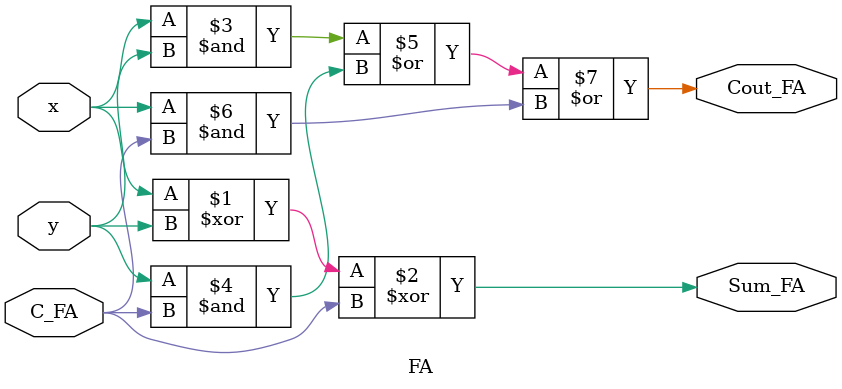
<source format=sv>

module adder_1a (
input [3:0]A, 
input [3:0]B,
input Cin,
output [3:0]Sum,
output Cout);

wire Carry[2:0];

FA FA_0 (.x(A[0]), .y(B[0]), .C_FA(Cin), .Sum_FA(Sum[0]), .Cout_FA(Carry[0]));
FA FA_1 (.x(A[1]), .y(B[1]), .C_FA(Carry[0]), .Sum_FA(Sum[1]), .Cout_FA(Carry[1]));
FA FA_2 (.x(A[2]), .y(B[2]), .C_FA(Carry[1]), .Sum_FA(Sum[2]), .Cout_FA(Carry[2]));
FA FA_3 (.x(A[3]), .y(B[3]), .C_FA(Carry[2]), .Sum_FA(Sum[3]), .Cout_FA(Cout));


endmodule 


module FA ( x, y, C_FA, Sum_FA, Cout_FA); 
input x, y, C_FA;
output Sum_FA, Cout_FA;

assign Sum_FA = x^y^C_FA;

assign Cout_FA = (x&y) | (y&C_FA) | (x&C_FA);

endmodule


</source>
